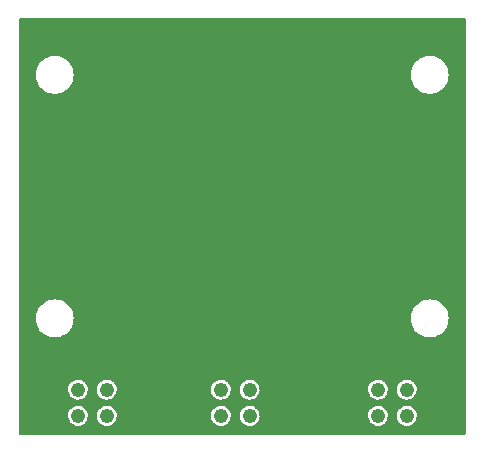
<source format=gbr>
G04 #@! TF.GenerationSoftware,KiCad,Pcbnew,(6.0.7)*
G04 #@! TF.CreationDate,2022-08-26T14:07:21-05:00*
G04 #@! TF.ProjectId,UTCPW_MountingBoard,55544350-575f-44d6-9f75-6e74696e6742,rev?*
G04 #@! TF.SameCoordinates,Original*
G04 #@! TF.FileFunction,Copper,L2,Bot*
G04 #@! TF.FilePolarity,Positive*
%FSLAX46Y46*%
G04 Gerber Fmt 4.6, Leading zero omitted, Abs format (unit mm)*
G04 Created by KiCad (PCBNEW (6.0.7)) date 2022-08-26 14:07:21*
%MOMM*%
%LPD*%
G01*
G04 APERTURE LIST*
G04 #@! TA.AperFunction,ComponentPad*
%ADD10C,1.219200*%
G04 #@! TD*
G04 APERTURE END LIST*
D10*
G04 #@! TO.P,REF\u002A\u002A,*
G04 #@! TO.N,*
X140919200Y-120167400D03*
X138480800Y-120167400D03*
X138480800Y-117957600D03*
X140919200Y-117957600D03*
G04 #@! TD*
G04 #@! TO.P,REF\u002A\u002A,*
G04 #@! TO.N,*
X115519200Y-120167400D03*
X113080800Y-120167400D03*
X113080800Y-117957600D03*
X115519200Y-117957600D03*
G04 #@! TD*
G04 #@! TO.P,REF\u002A\u002A,*
G04 #@! TO.N,*
X127619200Y-120167400D03*
X125180800Y-120167400D03*
X125180800Y-117957600D03*
X127619200Y-117957600D03*
G04 #@! TD*
G04 #@! TA.AperFunction,NonConductor*
G36*
X145864621Y-86507502D02*
G01*
X145911114Y-86561158D01*
X145922500Y-86613500D01*
X145922500Y-121666500D01*
X145902498Y-121734621D01*
X145848842Y-121781114D01*
X145796500Y-121792500D01*
X108203500Y-121792500D01*
X108135379Y-121772498D01*
X108088886Y-121718842D01*
X108077500Y-121666500D01*
X108077500Y-120120121D01*
X112235156Y-120120121D01*
X112244730Y-120302814D01*
X112293312Y-120479189D01*
X112378634Y-120641017D01*
X112383039Y-120646230D01*
X112383042Y-120646234D01*
X112437515Y-120710693D01*
X112496716Y-120780748D01*
X112502135Y-120784891D01*
X112502137Y-120784893D01*
X112636626Y-120887718D01*
X112642049Y-120891864D01*
X112648232Y-120894747D01*
X112648235Y-120894749D01*
X112801675Y-120966299D01*
X112801678Y-120966300D01*
X112807852Y-120969179D01*
X112814500Y-120970665D01*
X112814503Y-120970666D01*
X112911871Y-120992430D01*
X112986390Y-121009087D01*
X112991989Y-121009400D01*
X113126503Y-121009400D01*
X113262673Y-120994607D01*
X113436061Y-120936256D01*
X113592874Y-120842033D01*
X113653298Y-120784893D01*
X113720838Y-120721024D01*
X113720840Y-120721022D01*
X113725796Y-120716335D01*
X113828626Y-120565026D01*
X113860543Y-120485228D01*
X113894031Y-120401503D01*
X113894032Y-120401498D01*
X113896565Y-120395166D01*
X113926444Y-120214679D01*
X113921489Y-120120121D01*
X114673556Y-120120121D01*
X114683130Y-120302814D01*
X114731712Y-120479189D01*
X114817034Y-120641017D01*
X114821439Y-120646230D01*
X114821442Y-120646234D01*
X114875915Y-120710693D01*
X114935116Y-120780748D01*
X114940535Y-120784891D01*
X114940537Y-120784893D01*
X115075026Y-120887718D01*
X115080449Y-120891864D01*
X115086632Y-120894747D01*
X115086635Y-120894749D01*
X115240075Y-120966299D01*
X115240078Y-120966300D01*
X115246252Y-120969179D01*
X115252900Y-120970665D01*
X115252903Y-120970666D01*
X115350271Y-120992430D01*
X115424790Y-121009087D01*
X115430389Y-121009400D01*
X115564903Y-121009400D01*
X115701073Y-120994607D01*
X115874461Y-120936256D01*
X116031274Y-120842033D01*
X116091698Y-120784893D01*
X116159238Y-120721024D01*
X116159240Y-120721022D01*
X116164196Y-120716335D01*
X116267026Y-120565026D01*
X116298943Y-120485228D01*
X116332431Y-120401503D01*
X116332432Y-120401498D01*
X116334965Y-120395166D01*
X116364844Y-120214679D01*
X116359889Y-120120121D01*
X124335156Y-120120121D01*
X124344730Y-120302814D01*
X124393312Y-120479189D01*
X124478634Y-120641017D01*
X124483039Y-120646230D01*
X124483042Y-120646234D01*
X124537515Y-120710693D01*
X124596716Y-120780748D01*
X124602135Y-120784891D01*
X124602137Y-120784893D01*
X124736626Y-120887718D01*
X124742049Y-120891864D01*
X124748232Y-120894747D01*
X124748235Y-120894749D01*
X124901675Y-120966299D01*
X124901678Y-120966300D01*
X124907852Y-120969179D01*
X124914500Y-120970665D01*
X124914503Y-120970666D01*
X125011871Y-120992430D01*
X125086390Y-121009087D01*
X125091989Y-121009400D01*
X125226503Y-121009400D01*
X125362673Y-120994607D01*
X125536061Y-120936256D01*
X125692874Y-120842033D01*
X125753298Y-120784893D01*
X125820838Y-120721024D01*
X125820840Y-120721022D01*
X125825796Y-120716335D01*
X125928626Y-120565026D01*
X125960543Y-120485228D01*
X125994031Y-120401503D01*
X125994032Y-120401498D01*
X125996565Y-120395166D01*
X126026444Y-120214679D01*
X126021489Y-120120121D01*
X126773556Y-120120121D01*
X126783130Y-120302814D01*
X126831712Y-120479189D01*
X126917034Y-120641017D01*
X126921439Y-120646230D01*
X126921442Y-120646234D01*
X126975915Y-120710693D01*
X127035116Y-120780748D01*
X127040535Y-120784891D01*
X127040537Y-120784893D01*
X127175026Y-120887718D01*
X127180449Y-120891864D01*
X127186632Y-120894747D01*
X127186635Y-120894749D01*
X127340075Y-120966299D01*
X127340078Y-120966300D01*
X127346252Y-120969179D01*
X127352900Y-120970665D01*
X127352903Y-120970666D01*
X127450271Y-120992430D01*
X127524790Y-121009087D01*
X127530389Y-121009400D01*
X127664903Y-121009400D01*
X127801073Y-120994607D01*
X127974461Y-120936256D01*
X128131274Y-120842033D01*
X128191698Y-120784893D01*
X128259238Y-120721024D01*
X128259240Y-120721022D01*
X128264196Y-120716335D01*
X128367026Y-120565026D01*
X128398943Y-120485228D01*
X128432431Y-120401503D01*
X128432432Y-120401498D01*
X128434965Y-120395166D01*
X128464844Y-120214679D01*
X128459889Y-120120121D01*
X137635156Y-120120121D01*
X137644730Y-120302814D01*
X137693312Y-120479189D01*
X137778634Y-120641017D01*
X137783039Y-120646230D01*
X137783042Y-120646234D01*
X137837515Y-120710693D01*
X137896716Y-120780748D01*
X137902135Y-120784891D01*
X137902137Y-120784893D01*
X138036626Y-120887718D01*
X138042049Y-120891864D01*
X138048232Y-120894747D01*
X138048235Y-120894749D01*
X138201675Y-120966299D01*
X138201678Y-120966300D01*
X138207852Y-120969179D01*
X138214500Y-120970665D01*
X138214503Y-120970666D01*
X138311871Y-120992430D01*
X138386390Y-121009087D01*
X138391989Y-121009400D01*
X138526503Y-121009400D01*
X138662673Y-120994607D01*
X138836061Y-120936256D01*
X138992874Y-120842033D01*
X139053298Y-120784893D01*
X139120838Y-120721024D01*
X139120840Y-120721022D01*
X139125796Y-120716335D01*
X139228626Y-120565026D01*
X139260543Y-120485228D01*
X139294031Y-120401503D01*
X139294032Y-120401498D01*
X139296565Y-120395166D01*
X139326444Y-120214679D01*
X139321489Y-120120121D01*
X140073556Y-120120121D01*
X140083130Y-120302814D01*
X140131712Y-120479189D01*
X140217034Y-120641017D01*
X140221439Y-120646230D01*
X140221442Y-120646234D01*
X140275915Y-120710693D01*
X140335116Y-120780748D01*
X140340535Y-120784891D01*
X140340537Y-120784893D01*
X140475026Y-120887718D01*
X140480449Y-120891864D01*
X140486632Y-120894747D01*
X140486635Y-120894749D01*
X140640075Y-120966299D01*
X140640078Y-120966300D01*
X140646252Y-120969179D01*
X140652900Y-120970665D01*
X140652903Y-120970666D01*
X140750271Y-120992430D01*
X140824790Y-121009087D01*
X140830389Y-121009400D01*
X140964903Y-121009400D01*
X141101073Y-120994607D01*
X141274461Y-120936256D01*
X141431274Y-120842033D01*
X141491698Y-120784893D01*
X141559238Y-120721024D01*
X141559240Y-120721022D01*
X141564196Y-120716335D01*
X141667026Y-120565026D01*
X141698943Y-120485228D01*
X141732431Y-120401503D01*
X141732432Y-120401498D01*
X141734965Y-120395166D01*
X141764844Y-120214679D01*
X141755270Y-120031986D01*
X141706688Y-119855611D01*
X141621366Y-119693783D01*
X141616961Y-119688570D01*
X141616958Y-119688566D01*
X141507689Y-119559265D01*
X141503284Y-119554052D01*
X141418529Y-119489251D01*
X141363374Y-119447082D01*
X141363373Y-119447081D01*
X141357951Y-119442936D01*
X141351768Y-119440053D01*
X141351765Y-119440051D01*
X141198325Y-119368501D01*
X141198322Y-119368500D01*
X141192148Y-119365621D01*
X141185500Y-119364135D01*
X141185497Y-119364134D01*
X141018647Y-119326839D01*
X141018648Y-119326839D01*
X141013610Y-119325713D01*
X141008011Y-119325400D01*
X140873497Y-119325400D01*
X140737327Y-119340193D01*
X140563939Y-119398544D01*
X140407126Y-119492767D01*
X140402166Y-119497458D01*
X140402164Y-119497459D01*
X140342319Y-119554052D01*
X140274204Y-119618465D01*
X140171374Y-119769774D01*
X140168841Y-119776108D01*
X140168839Y-119776111D01*
X140105969Y-119933297D01*
X140105968Y-119933302D01*
X140103435Y-119939634D01*
X140073556Y-120120121D01*
X139321489Y-120120121D01*
X139316870Y-120031986D01*
X139268288Y-119855611D01*
X139182966Y-119693783D01*
X139178561Y-119688570D01*
X139178558Y-119688566D01*
X139069289Y-119559265D01*
X139064884Y-119554052D01*
X138980129Y-119489251D01*
X138924974Y-119447082D01*
X138924973Y-119447081D01*
X138919551Y-119442936D01*
X138913368Y-119440053D01*
X138913365Y-119440051D01*
X138759925Y-119368501D01*
X138759922Y-119368500D01*
X138753748Y-119365621D01*
X138747100Y-119364135D01*
X138747097Y-119364134D01*
X138580247Y-119326839D01*
X138580248Y-119326839D01*
X138575210Y-119325713D01*
X138569611Y-119325400D01*
X138435097Y-119325400D01*
X138298927Y-119340193D01*
X138125539Y-119398544D01*
X137968726Y-119492767D01*
X137963766Y-119497458D01*
X137963764Y-119497459D01*
X137903919Y-119554052D01*
X137835804Y-119618465D01*
X137732974Y-119769774D01*
X137730441Y-119776108D01*
X137730439Y-119776111D01*
X137667569Y-119933297D01*
X137667568Y-119933302D01*
X137665035Y-119939634D01*
X137635156Y-120120121D01*
X128459889Y-120120121D01*
X128455270Y-120031986D01*
X128406688Y-119855611D01*
X128321366Y-119693783D01*
X128316961Y-119688570D01*
X128316958Y-119688566D01*
X128207689Y-119559265D01*
X128203284Y-119554052D01*
X128118529Y-119489251D01*
X128063374Y-119447082D01*
X128063373Y-119447081D01*
X128057951Y-119442936D01*
X128051768Y-119440053D01*
X128051765Y-119440051D01*
X127898325Y-119368501D01*
X127898322Y-119368500D01*
X127892148Y-119365621D01*
X127885500Y-119364135D01*
X127885497Y-119364134D01*
X127718647Y-119326839D01*
X127718648Y-119326839D01*
X127713610Y-119325713D01*
X127708011Y-119325400D01*
X127573497Y-119325400D01*
X127437327Y-119340193D01*
X127263939Y-119398544D01*
X127107126Y-119492767D01*
X127102166Y-119497458D01*
X127102164Y-119497459D01*
X127042319Y-119554052D01*
X126974204Y-119618465D01*
X126871374Y-119769774D01*
X126868841Y-119776108D01*
X126868839Y-119776111D01*
X126805969Y-119933297D01*
X126805968Y-119933302D01*
X126803435Y-119939634D01*
X126773556Y-120120121D01*
X126021489Y-120120121D01*
X126016870Y-120031986D01*
X125968288Y-119855611D01*
X125882966Y-119693783D01*
X125878561Y-119688570D01*
X125878558Y-119688566D01*
X125769289Y-119559265D01*
X125764884Y-119554052D01*
X125680129Y-119489251D01*
X125624974Y-119447082D01*
X125624973Y-119447081D01*
X125619551Y-119442936D01*
X125613368Y-119440053D01*
X125613365Y-119440051D01*
X125459925Y-119368501D01*
X125459922Y-119368500D01*
X125453748Y-119365621D01*
X125447100Y-119364135D01*
X125447097Y-119364134D01*
X125280247Y-119326839D01*
X125280248Y-119326839D01*
X125275210Y-119325713D01*
X125269611Y-119325400D01*
X125135097Y-119325400D01*
X124998927Y-119340193D01*
X124825539Y-119398544D01*
X124668726Y-119492767D01*
X124663766Y-119497458D01*
X124663764Y-119497459D01*
X124603919Y-119554052D01*
X124535804Y-119618465D01*
X124432974Y-119769774D01*
X124430441Y-119776108D01*
X124430439Y-119776111D01*
X124367569Y-119933297D01*
X124367568Y-119933302D01*
X124365035Y-119939634D01*
X124335156Y-120120121D01*
X116359889Y-120120121D01*
X116355270Y-120031986D01*
X116306688Y-119855611D01*
X116221366Y-119693783D01*
X116216961Y-119688570D01*
X116216958Y-119688566D01*
X116107689Y-119559265D01*
X116103284Y-119554052D01*
X116018529Y-119489251D01*
X115963374Y-119447082D01*
X115963373Y-119447081D01*
X115957951Y-119442936D01*
X115951768Y-119440053D01*
X115951765Y-119440051D01*
X115798325Y-119368501D01*
X115798322Y-119368500D01*
X115792148Y-119365621D01*
X115785500Y-119364135D01*
X115785497Y-119364134D01*
X115618647Y-119326839D01*
X115618648Y-119326839D01*
X115613610Y-119325713D01*
X115608011Y-119325400D01*
X115473497Y-119325400D01*
X115337327Y-119340193D01*
X115163939Y-119398544D01*
X115007126Y-119492767D01*
X115002166Y-119497458D01*
X115002164Y-119497459D01*
X114942319Y-119554052D01*
X114874204Y-119618465D01*
X114771374Y-119769774D01*
X114768841Y-119776108D01*
X114768839Y-119776111D01*
X114705969Y-119933297D01*
X114705968Y-119933302D01*
X114703435Y-119939634D01*
X114673556Y-120120121D01*
X113921489Y-120120121D01*
X113916870Y-120031986D01*
X113868288Y-119855611D01*
X113782966Y-119693783D01*
X113778561Y-119688570D01*
X113778558Y-119688566D01*
X113669289Y-119559265D01*
X113664884Y-119554052D01*
X113580129Y-119489251D01*
X113524974Y-119447082D01*
X113524973Y-119447081D01*
X113519551Y-119442936D01*
X113513368Y-119440053D01*
X113513365Y-119440051D01*
X113359925Y-119368501D01*
X113359922Y-119368500D01*
X113353748Y-119365621D01*
X113347100Y-119364135D01*
X113347097Y-119364134D01*
X113180247Y-119326839D01*
X113180248Y-119326839D01*
X113175210Y-119325713D01*
X113169611Y-119325400D01*
X113035097Y-119325400D01*
X112898927Y-119340193D01*
X112725539Y-119398544D01*
X112568726Y-119492767D01*
X112563766Y-119497458D01*
X112563764Y-119497459D01*
X112503919Y-119554052D01*
X112435804Y-119618465D01*
X112332974Y-119769774D01*
X112330441Y-119776108D01*
X112330439Y-119776111D01*
X112267569Y-119933297D01*
X112267568Y-119933302D01*
X112265035Y-119939634D01*
X112235156Y-120120121D01*
X108077500Y-120120121D01*
X108077500Y-117910321D01*
X112235156Y-117910321D01*
X112244730Y-118093014D01*
X112293312Y-118269389D01*
X112378634Y-118431217D01*
X112383039Y-118436430D01*
X112383042Y-118436434D01*
X112437515Y-118500893D01*
X112496716Y-118570948D01*
X112502135Y-118575091D01*
X112502137Y-118575093D01*
X112636626Y-118677918D01*
X112642049Y-118682064D01*
X112648232Y-118684947D01*
X112648235Y-118684949D01*
X112801675Y-118756499D01*
X112801678Y-118756500D01*
X112807852Y-118759379D01*
X112814500Y-118760865D01*
X112814503Y-118760866D01*
X112911871Y-118782630D01*
X112986390Y-118799287D01*
X112991989Y-118799600D01*
X113126503Y-118799600D01*
X113262673Y-118784807D01*
X113436061Y-118726456D01*
X113592874Y-118632233D01*
X113653298Y-118575093D01*
X113720838Y-118511224D01*
X113720840Y-118511222D01*
X113725796Y-118506535D01*
X113828626Y-118355226D01*
X113860543Y-118275428D01*
X113894031Y-118191703D01*
X113894032Y-118191698D01*
X113896565Y-118185366D01*
X113926444Y-118004879D01*
X113921489Y-117910321D01*
X114673556Y-117910321D01*
X114683130Y-118093014D01*
X114731712Y-118269389D01*
X114817034Y-118431217D01*
X114821439Y-118436430D01*
X114821442Y-118436434D01*
X114875915Y-118500893D01*
X114935116Y-118570948D01*
X114940535Y-118575091D01*
X114940537Y-118575093D01*
X115075026Y-118677918D01*
X115080449Y-118682064D01*
X115086632Y-118684947D01*
X115086635Y-118684949D01*
X115240075Y-118756499D01*
X115240078Y-118756500D01*
X115246252Y-118759379D01*
X115252900Y-118760865D01*
X115252903Y-118760866D01*
X115350271Y-118782630D01*
X115424790Y-118799287D01*
X115430389Y-118799600D01*
X115564903Y-118799600D01*
X115701073Y-118784807D01*
X115874461Y-118726456D01*
X116031274Y-118632233D01*
X116091698Y-118575093D01*
X116159238Y-118511224D01*
X116159240Y-118511222D01*
X116164196Y-118506535D01*
X116267026Y-118355226D01*
X116298943Y-118275428D01*
X116332431Y-118191703D01*
X116332432Y-118191698D01*
X116334965Y-118185366D01*
X116364844Y-118004879D01*
X116359889Y-117910321D01*
X124335156Y-117910321D01*
X124344730Y-118093014D01*
X124393312Y-118269389D01*
X124478634Y-118431217D01*
X124483039Y-118436430D01*
X124483042Y-118436434D01*
X124537515Y-118500893D01*
X124596716Y-118570948D01*
X124602135Y-118575091D01*
X124602137Y-118575093D01*
X124736626Y-118677918D01*
X124742049Y-118682064D01*
X124748232Y-118684947D01*
X124748235Y-118684949D01*
X124901675Y-118756499D01*
X124901678Y-118756500D01*
X124907852Y-118759379D01*
X124914500Y-118760865D01*
X124914503Y-118760866D01*
X125011871Y-118782630D01*
X125086390Y-118799287D01*
X125091989Y-118799600D01*
X125226503Y-118799600D01*
X125362673Y-118784807D01*
X125536061Y-118726456D01*
X125692874Y-118632233D01*
X125753298Y-118575093D01*
X125820838Y-118511224D01*
X125820840Y-118511222D01*
X125825796Y-118506535D01*
X125928626Y-118355226D01*
X125960543Y-118275428D01*
X125994031Y-118191703D01*
X125994032Y-118191698D01*
X125996565Y-118185366D01*
X126026444Y-118004879D01*
X126021489Y-117910321D01*
X126773556Y-117910321D01*
X126783130Y-118093014D01*
X126831712Y-118269389D01*
X126917034Y-118431217D01*
X126921439Y-118436430D01*
X126921442Y-118436434D01*
X126975915Y-118500893D01*
X127035116Y-118570948D01*
X127040535Y-118575091D01*
X127040537Y-118575093D01*
X127175026Y-118677918D01*
X127180449Y-118682064D01*
X127186632Y-118684947D01*
X127186635Y-118684949D01*
X127340075Y-118756499D01*
X127340078Y-118756500D01*
X127346252Y-118759379D01*
X127352900Y-118760865D01*
X127352903Y-118760866D01*
X127450271Y-118782630D01*
X127524790Y-118799287D01*
X127530389Y-118799600D01*
X127664903Y-118799600D01*
X127801073Y-118784807D01*
X127974461Y-118726456D01*
X128131274Y-118632233D01*
X128191698Y-118575093D01*
X128259238Y-118511224D01*
X128259240Y-118511222D01*
X128264196Y-118506535D01*
X128367026Y-118355226D01*
X128398943Y-118275428D01*
X128432431Y-118191703D01*
X128432432Y-118191698D01*
X128434965Y-118185366D01*
X128464844Y-118004879D01*
X128459889Y-117910321D01*
X137635156Y-117910321D01*
X137644730Y-118093014D01*
X137693312Y-118269389D01*
X137778634Y-118431217D01*
X137783039Y-118436430D01*
X137783042Y-118436434D01*
X137837515Y-118500893D01*
X137896716Y-118570948D01*
X137902135Y-118575091D01*
X137902137Y-118575093D01*
X138036626Y-118677918D01*
X138042049Y-118682064D01*
X138048232Y-118684947D01*
X138048235Y-118684949D01*
X138201675Y-118756499D01*
X138201678Y-118756500D01*
X138207852Y-118759379D01*
X138214500Y-118760865D01*
X138214503Y-118760866D01*
X138311871Y-118782630D01*
X138386390Y-118799287D01*
X138391989Y-118799600D01*
X138526503Y-118799600D01*
X138662673Y-118784807D01*
X138836061Y-118726456D01*
X138992874Y-118632233D01*
X139053298Y-118575093D01*
X139120838Y-118511224D01*
X139120840Y-118511222D01*
X139125796Y-118506535D01*
X139228626Y-118355226D01*
X139260543Y-118275428D01*
X139294031Y-118191703D01*
X139294032Y-118191698D01*
X139296565Y-118185366D01*
X139326444Y-118004879D01*
X139321489Y-117910321D01*
X140073556Y-117910321D01*
X140083130Y-118093014D01*
X140131712Y-118269389D01*
X140217034Y-118431217D01*
X140221439Y-118436430D01*
X140221442Y-118436434D01*
X140275915Y-118500893D01*
X140335116Y-118570948D01*
X140340535Y-118575091D01*
X140340537Y-118575093D01*
X140475026Y-118677918D01*
X140480449Y-118682064D01*
X140486632Y-118684947D01*
X140486635Y-118684949D01*
X140640075Y-118756499D01*
X140640078Y-118756500D01*
X140646252Y-118759379D01*
X140652900Y-118760865D01*
X140652903Y-118760866D01*
X140750271Y-118782630D01*
X140824790Y-118799287D01*
X140830389Y-118799600D01*
X140964903Y-118799600D01*
X141101073Y-118784807D01*
X141274461Y-118726456D01*
X141431274Y-118632233D01*
X141491698Y-118575093D01*
X141559238Y-118511224D01*
X141559240Y-118511222D01*
X141564196Y-118506535D01*
X141667026Y-118355226D01*
X141698943Y-118275428D01*
X141732431Y-118191703D01*
X141732432Y-118191698D01*
X141734965Y-118185366D01*
X141764844Y-118004879D01*
X141755270Y-117822186D01*
X141706688Y-117645811D01*
X141621366Y-117483983D01*
X141616961Y-117478770D01*
X141616958Y-117478766D01*
X141507689Y-117349465D01*
X141503284Y-117344252D01*
X141418529Y-117279451D01*
X141363374Y-117237282D01*
X141363373Y-117237281D01*
X141357951Y-117233136D01*
X141351768Y-117230253D01*
X141351765Y-117230251D01*
X141198325Y-117158701D01*
X141198322Y-117158700D01*
X141192148Y-117155821D01*
X141185500Y-117154335D01*
X141185497Y-117154334D01*
X141018647Y-117117039D01*
X141018648Y-117117039D01*
X141013610Y-117115913D01*
X141008011Y-117115600D01*
X140873497Y-117115600D01*
X140737327Y-117130393D01*
X140563939Y-117188744D01*
X140407126Y-117282967D01*
X140402166Y-117287658D01*
X140402164Y-117287659D01*
X140342319Y-117344252D01*
X140274204Y-117408665D01*
X140171374Y-117559974D01*
X140168841Y-117566308D01*
X140168839Y-117566311D01*
X140105969Y-117723497D01*
X140105968Y-117723502D01*
X140103435Y-117729834D01*
X140073556Y-117910321D01*
X139321489Y-117910321D01*
X139316870Y-117822186D01*
X139268288Y-117645811D01*
X139182966Y-117483983D01*
X139178561Y-117478770D01*
X139178558Y-117478766D01*
X139069289Y-117349465D01*
X139064884Y-117344252D01*
X138980129Y-117279451D01*
X138924974Y-117237282D01*
X138924973Y-117237281D01*
X138919551Y-117233136D01*
X138913368Y-117230253D01*
X138913365Y-117230251D01*
X138759925Y-117158701D01*
X138759922Y-117158700D01*
X138753748Y-117155821D01*
X138747100Y-117154335D01*
X138747097Y-117154334D01*
X138580247Y-117117039D01*
X138580248Y-117117039D01*
X138575210Y-117115913D01*
X138569611Y-117115600D01*
X138435097Y-117115600D01*
X138298927Y-117130393D01*
X138125539Y-117188744D01*
X137968726Y-117282967D01*
X137963766Y-117287658D01*
X137963764Y-117287659D01*
X137903919Y-117344252D01*
X137835804Y-117408665D01*
X137732974Y-117559974D01*
X137730441Y-117566308D01*
X137730439Y-117566311D01*
X137667569Y-117723497D01*
X137667568Y-117723502D01*
X137665035Y-117729834D01*
X137635156Y-117910321D01*
X128459889Y-117910321D01*
X128455270Y-117822186D01*
X128406688Y-117645811D01*
X128321366Y-117483983D01*
X128316961Y-117478770D01*
X128316958Y-117478766D01*
X128207689Y-117349465D01*
X128203284Y-117344252D01*
X128118529Y-117279451D01*
X128063374Y-117237282D01*
X128063373Y-117237281D01*
X128057951Y-117233136D01*
X128051768Y-117230253D01*
X128051765Y-117230251D01*
X127898325Y-117158701D01*
X127898322Y-117158700D01*
X127892148Y-117155821D01*
X127885500Y-117154335D01*
X127885497Y-117154334D01*
X127718647Y-117117039D01*
X127718648Y-117117039D01*
X127713610Y-117115913D01*
X127708011Y-117115600D01*
X127573497Y-117115600D01*
X127437327Y-117130393D01*
X127263939Y-117188744D01*
X127107126Y-117282967D01*
X127102166Y-117287658D01*
X127102164Y-117287659D01*
X127042319Y-117344252D01*
X126974204Y-117408665D01*
X126871374Y-117559974D01*
X126868841Y-117566308D01*
X126868839Y-117566311D01*
X126805969Y-117723497D01*
X126805968Y-117723502D01*
X126803435Y-117729834D01*
X126773556Y-117910321D01*
X126021489Y-117910321D01*
X126016870Y-117822186D01*
X125968288Y-117645811D01*
X125882966Y-117483983D01*
X125878561Y-117478770D01*
X125878558Y-117478766D01*
X125769289Y-117349465D01*
X125764884Y-117344252D01*
X125680129Y-117279451D01*
X125624974Y-117237282D01*
X125624973Y-117237281D01*
X125619551Y-117233136D01*
X125613368Y-117230253D01*
X125613365Y-117230251D01*
X125459925Y-117158701D01*
X125459922Y-117158700D01*
X125453748Y-117155821D01*
X125447100Y-117154335D01*
X125447097Y-117154334D01*
X125280247Y-117117039D01*
X125280248Y-117117039D01*
X125275210Y-117115913D01*
X125269611Y-117115600D01*
X125135097Y-117115600D01*
X124998927Y-117130393D01*
X124825539Y-117188744D01*
X124668726Y-117282967D01*
X124663766Y-117287658D01*
X124663764Y-117287659D01*
X124603919Y-117344252D01*
X124535804Y-117408665D01*
X124432974Y-117559974D01*
X124430441Y-117566308D01*
X124430439Y-117566311D01*
X124367569Y-117723497D01*
X124367568Y-117723502D01*
X124365035Y-117729834D01*
X124335156Y-117910321D01*
X116359889Y-117910321D01*
X116355270Y-117822186D01*
X116306688Y-117645811D01*
X116221366Y-117483983D01*
X116216961Y-117478770D01*
X116216958Y-117478766D01*
X116107689Y-117349465D01*
X116103284Y-117344252D01*
X116018529Y-117279451D01*
X115963374Y-117237282D01*
X115963373Y-117237281D01*
X115957951Y-117233136D01*
X115951768Y-117230253D01*
X115951765Y-117230251D01*
X115798325Y-117158701D01*
X115798322Y-117158700D01*
X115792148Y-117155821D01*
X115785500Y-117154335D01*
X115785497Y-117154334D01*
X115618647Y-117117039D01*
X115618648Y-117117039D01*
X115613610Y-117115913D01*
X115608011Y-117115600D01*
X115473497Y-117115600D01*
X115337327Y-117130393D01*
X115163939Y-117188744D01*
X115007126Y-117282967D01*
X115002166Y-117287658D01*
X115002164Y-117287659D01*
X114942319Y-117344252D01*
X114874204Y-117408665D01*
X114771374Y-117559974D01*
X114768841Y-117566308D01*
X114768839Y-117566311D01*
X114705969Y-117723497D01*
X114705968Y-117723502D01*
X114703435Y-117729834D01*
X114673556Y-117910321D01*
X113921489Y-117910321D01*
X113916870Y-117822186D01*
X113868288Y-117645811D01*
X113782966Y-117483983D01*
X113778561Y-117478770D01*
X113778558Y-117478766D01*
X113669289Y-117349465D01*
X113664884Y-117344252D01*
X113580129Y-117279451D01*
X113524974Y-117237282D01*
X113524973Y-117237281D01*
X113519551Y-117233136D01*
X113513368Y-117230253D01*
X113513365Y-117230251D01*
X113359925Y-117158701D01*
X113359922Y-117158700D01*
X113353748Y-117155821D01*
X113347100Y-117154335D01*
X113347097Y-117154334D01*
X113180247Y-117117039D01*
X113180248Y-117117039D01*
X113175210Y-117115913D01*
X113169611Y-117115600D01*
X113035097Y-117115600D01*
X112898927Y-117130393D01*
X112725539Y-117188744D01*
X112568726Y-117282967D01*
X112563766Y-117287658D01*
X112563764Y-117287659D01*
X112503919Y-117344252D01*
X112435804Y-117408665D01*
X112332974Y-117559974D01*
X112330441Y-117566308D01*
X112330439Y-117566311D01*
X112267569Y-117723497D01*
X112267568Y-117723502D01*
X112265035Y-117729834D01*
X112235156Y-117910321D01*
X108077500Y-117910321D01*
X108077500Y-111912400D01*
X109519551Y-111912400D01*
X109539317Y-112163548D01*
X109598127Y-112408511D01*
X109694534Y-112641259D01*
X109826164Y-112856059D01*
X109829376Y-112859819D01*
X109829379Y-112859824D01*
X109974256Y-113029452D01*
X109989776Y-113047624D01*
X109993538Y-113050837D01*
X110177576Y-113208021D01*
X110177581Y-113208024D01*
X110181341Y-113211236D01*
X110396141Y-113342866D01*
X110400711Y-113344759D01*
X110400715Y-113344761D01*
X110624316Y-113437379D01*
X110628889Y-113439273D01*
X110713289Y-113459535D01*
X110869039Y-113496928D01*
X110869045Y-113496929D01*
X110873852Y-113498083D01*
X110962149Y-113505032D01*
X111059661Y-113512707D01*
X111059670Y-113512707D01*
X111062118Y-113512900D01*
X111187882Y-113512900D01*
X111190330Y-113512707D01*
X111190339Y-113512707D01*
X111287851Y-113505032D01*
X111376148Y-113498083D01*
X111380955Y-113496929D01*
X111380961Y-113496928D01*
X111536711Y-113459535D01*
X111621111Y-113439273D01*
X111625684Y-113437379D01*
X111849285Y-113344761D01*
X111849289Y-113344759D01*
X111853859Y-113342866D01*
X112068659Y-113211236D01*
X112072419Y-113208024D01*
X112072424Y-113208021D01*
X112256462Y-113050837D01*
X112260224Y-113047624D01*
X112275744Y-113029452D01*
X112420621Y-112859824D01*
X112420624Y-112859819D01*
X112423836Y-112856059D01*
X112555466Y-112641259D01*
X112651873Y-112408511D01*
X112710683Y-112163548D01*
X112730449Y-111912400D01*
X141269551Y-111912400D01*
X141289317Y-112163548D01*
X141348127Y-112408511D01*
X141444534Y-112641259D01*
X141576164Y-112856059D01*
X141579376Y-112859819D01*
X141579379Y-112859824D01*
X141724256Y-113029452D01*
X141739776Y-113047624D01*
X141743538Y-113050837D01*
X141927576Y-113208021D01*
X141927581Y-113208024D01*
X141931341Y-113211236D01*
X142146141Y-113342866D01*
X142150711Y-113344759D01*
X142150715Y-113344761D01*
X142374316Y-113437379D01*
X142378889Y-113439273D01*
X142463289Y-113459535D01*
X142619039Y-113496928D01*
X142619045Y-113496929D01*
X142623852Y-113498083D01*
X142712149Y-113505032D01*
X142809661Y-113512707D01*
X142809670Y-113512707D01*
X142812118Y-113512900D01*
X142937882Y-113512900D01*
X142940330Y-113512707D01*
X142940339Y-113512707D01*
X143037851Y-113505032D01*
X143126148Y-113498083D01*
X143130955Y-113496929D01*
X143130961Y-113496928D01*
X143286711Y-113459535D01*
X143371111Y-113439273D01*
X143375684Y-113437379D01*
X143599285Y-113344761D01*
X143599289Y-113344759D01*
X143603859Y-113342866D01*
X143818659Y-113211236D01*
X143822419Y-113208024D01*
X143822424Y-113208021D01*
X144006462Y-113050837D01*
X144010224Y-113047624D01*
X144025744Y-113029452D01*
X144170621Y-112859824D01*
X144170624Y-112859819D01*
X144173836Y-112856059D01*
X144305466Y-112641259D01*
X144401873Y-112408511D01*
X144460683Y-112163548D01*
X144480449Y-111912400D01*
X144460683Y-111661252D01*
X144401873Y-111416289D01*
X144305466Y-111183541D01*
X144173836Y-110968741D01*
X144170624Y-110964981D01*
X144170621Y-110964976D01*
X144013437Y-110780938D01*
X144010224Y-110777176D01*
X143992052Y-110761656D01*
X143822424Y-110616779D01*
X143822419Y-110616776D01*
X143818659Y-110613564D01*
X143603859Y-110481934D01*
X143599289Y-110480041D01*
X143599285Y-110480039D01*
X143375684Y-110387421D01*
X143375682Y-110387420D01*
X143371111Y-110385527D01*
X143286711Y-110365265D01*
X143130961Y-110327872D01*
X143130955Y-110327871D01*
X143126148Y-110326717D01*
X143037851Y-110319768D01*
X142940339Y-110312093D01*
X142940330Y-110312093D01*
X142937882Y-110311900D01*
X142812118Y-110311900D01*
X142809670Y-110312093D01*
X142809661Y-110312093D01*
X142712149Y-110319768D01*
X142623852Y-110326717D01*
X142619045Y-110327871D01*
X142619039Y-110327872D01*
X142463289Y-110365265D01*
X142378889Y-110385527D01*
X142374318Y-110387420D01*
X142374316Y-110387421D01*
X142150715Y-110480039D01*
X142150711Y-110480041D01*
X142146141Y-110481934D01*
X141931341Y-110613564D01*
X141927581Y-110616776D01*
X141927576Y-110616779D01*
X141757948Y-110761656D01*
X141739776Y-110777176D01*
X141736563Y-110780938D01*
X141579379Y-110964976D01*
X141579376Y-110964981D01*
X141576164Y-110968741D01*
X141444534Y-111183541D01*
X141348127Y-111416289D01*
X141289317Y-111661252D01*
X141269551Y-111912400D01*
X112730449Y-111912400D01*
X112710683Y-111661252D01*
X112651873Y-111416289D01*
X112555466Y-111183541D01*
X112423836Y-110968741D01*
X112420624Y-110964981D01*
X112420621Y-110964976D01*
X112263437Y-110780938D01*
X112260224Y-110777176D01*
X112242052Y-110761656D01*
X112072424Y-110616779D01*
X112072419Y-110616776D01*
X112068659Y-110613564D01*
X111853859Y-110481934D01*
X111849289Y-110480041D01*
X111849285Y-110480039D01*
X111625684Y-110387421D01*
X111625682Y-110387420D01*
X111621111Y-110385527D01*
X111536711Y-110365265D01*
X111380961Y-110327872D01*
X111380955Y-110327871D01*
X111376148Y-110326717D01*
X111287851Y-110319768D01*
X111190339Y-110312093D01*
X111190330Y-110312093D01*
X111187882Y-110311900D01*
X111062118Y-110311900D01*
X111059670Y-110312093D01*
X111059661Y-110312093D01*
X110962149Y-110319768D01*
X110873852Y-110326717D01*
X110869045Y-110327871D01*
X110869039Y-110327872D01*
X110713289Y-110365265D01*
X110628889Y-110385527D01*
X110624318Y-110387420D01*
X110624316Y-110387421D01*
X110400715Y-110480039D01*
X110400711Y-110480041D01*
X110396141Y-110481934D01*
X110181341Y-110613564D01*
X110177581Y-110616776D01*
X110177576Y-110616779D01*
X110007948Y-110761656D01*
X109989776Y-110777176D01*
X109986563Y-110780938D01*
X109829379Y-110964976D01*
X109829376Y-110964981D01*
X109826164Y-110968741D01*
X109694534Y-111183541D01*
X109598127Y-111416289D01*
X109539317Y-111661252D01*
X109519551Y-111912400D01*
X108077500Y-111912400D01*
X108077500Y-91287600D01*
X109519551Y-91287600D01*
X109539317Y-91538748D01*
X109598127Y-91783711D01*
X109694534Y-92016459D01*
X109826164Y-92231259D01*
X109829376Y-92235019D01*
X109829379Y-92235024D01*
X109974256Y-92404652D01*
X109989776Y-92422824D01*
X109993538Y-92426037D01*
X110177576Y-92583221D01*
X110177581Y-92583224D01*
X110181341Y-92586436D01*
X110396141Y-92718066D01*
X110400711Y-92719959D01*
X110400715Y-92719961D01*
X110624316Y-92812579D01*
X110628889Y-92814473D01*
X110713289Y-92834735D01*
X110869039Y-92872128D01*
X110869045Y-92872129D01*
X110873852Y-92873283D01*
X110962149Y-92880232D01*
X111059661Y-92887907D01*
X111059670Y-92887907D01*
X111062118Y-92888100D01*
X111187882Y-92888100D01*
X111190330Y-92887907D01*
X111190339Y-92887907D01*
X111287851Y-92880232D01*
X111376148Y-92873283D01*
X111380955Y-92872129D01*
X111380961Y-92872128D01*
X111536711Y-92834735D01*
X111621111Y-92814473D01*
X111625684Y-92812579D01*
X111849285Y-92719961D01*
X111849289Y-92719959D01*
X111853859Y-92718066D01*
X112068659Y-92586436D01*
X112072419Y-92583224D01*
X112072424Y-92583221D01*
X112256462Y-92426037D01*
X112260224Y-92422824D01*
X112275744Y-92404652D01*
X112420621Y-92235024D01*
X112420624Y-92235019D01*
X112423836Y-92231259D01*
X112555466Y-92016459D01*
X112651873Y-91783711D01*
X112710683Y-91538748D01*
X112730449Y-91287600D01*
X141269551Y-91287600D01*
X141289317Y-91538748D01*
X141348127Y-91783711D01*
X141444534Y-92016459D01*
X141576164Y-92231259D01*
X141579376Y-92235019D01*
X141579379Y-92235024D01*
X141724256Y-92404652D01*
X141739776Y-92422824D01*
X141743538Y-92426037D01*
X141927576Y-92583221D01*
X141927581Y-92583224D01*
X141931341Y-92586436D01*
X142146141Y-92718066D01*
X142150711Y-92719959D01*
X142150715Y-92719961D01*
X142374316Y-92812579D01*
X142378889Y-92814473D01*
X142463289Y-92834735D01*
X142619039Y-92872128D01*
X142619045Y-92872129D01*
X142623852Y-92873283D01*
X142712149Y-92880232D01*
X142809661Y-92887907D01*
X142809670Y-92887907D01*
X142812118Y-92888100D01*
X142937882Y-92888100D01*
X142940330Y-92887907D01*
X142940339Y-92887907D01*
X143037851Y-92880232D01*
X143126148Y-92873283D01*
X143130955Y-92872129D01*
X143130961Y-92872128D01*
X143286711Y-92834735D01*
X143371111Y-92814473D01*
X143375684Y-92812579D01*
X143599285Y-92719961D01*
X143599289Y-92719959D01*
X143603859Y-92718066D01*
X143818659Y-92586436D01*
X143822419Y-92583224D01*
X143822424Y-92583221D01*
X144006462Y-92426037D01*
X144010224Y-92422824D01*
X144025744Y-92404652D01*
X144170621Y-92235024D01*
X144170624Y-92235019D01*
X144173836Y-92231259D01*
X144305466Y-92016459D01*
X144401873Y-91783711D01*
X144460683Y-91538748D01*
X144480449Y-91287600D01*
X144460683Y-91036452D01*
X144401873Y-90791489D01*
X144305466Y-90558741D01*
X144173836Y-90343941D01*
X144170624Y-90340181D01*
X144170621Y-90340176D01*
X144013437Y-90156138D01*
X144010224Y-90152376D01*
X143992052Y-90136856D01*
X143822424Y-89991979D01*
X143822419Y-89991976D01*
X143818659Y-89988764D01*
X143603859Y-89857134D01*
X143599289Y-89855241D01*
X143599285Y-89855239D01*
X143375684Y-89762621D01*
X143375682Y-89762620D01*
X143371111Y-89760727D01*
X143286711Y-89740465D01*
X143130961Y-89703072D01*
X143130955Y-89703071D01*
X143126148Y-89701917D01*
X143037851Y-89694968D01*
X142940339Y-89687293D01*
X142940330Y-89687293D01*
X142937882Y-89687100D01*
X142812118Y-89687100D01*
X142809670Y-89687293D01*
X142809661Y-89687293D01*
X142712149Y-89694968D01*
X142623852Y-89701917D01*
X142619045Y-89703071D01*
X142619039Y-89703072D01*
X142463289Y-89740465D01*
X142378889Y-89760727D01*
X142374318Y-89762620D01*
X142374316Y-89762621D01*
X142150715Y-89855239D01*
X142150711Y-89855241D01*
X142146141Y-89857134D01*
X141931341Y-89988764D01*
X141927581Y-89991976D01*
X141927576Y-89991979D01*
X141757948Y-90136856D01*
X141739776Y-90152376D01*
X141736563Y-90156138D01*
X141579379Y-90340176D01*
X141579376Y-90340181D01*
X141576164Y-90343941D01*
X141444534Y-90558741D01*
X141348127Y-90791489D01*
X141289317Y-91036452D01*
X141269551Y-91287600D01*
X112730449Y-91287600D01*
X112710683Y-91036452D01*
X112651873Y-90791489D01*
X112555466Y-90558741D01*
X112423836Y-90343941D01*
X112420624Y-90340181D01*
X112420621Y-90340176D01*
X112263437Y-90156138D01*
X112260224Y-90152376D01*
X112242052Y-90136856D01*
X112072424Y-89991979D01*
X112072419Y-89991976D01*
X112068659Y-89988764D01*
X111853859Y-89857134D01*
X111849289Y-89855241D01*
X111849285Y-89855239D01*
X111625684Y-89762621D01*
X111625682Y-89762620D01*
X111621111Y-89760727D01*
X111536711Y-89740465D01*
X111380961Y-89703072D01*
X111380955Y-89703071D01*
X111376148Y-89701917D01*
X111287851Y-89694968D01*
X111190339Y-89687293D01*
X111190330Y-89687293D01*
X111187882Y-89687100D01*
X111062118Y-89687100D01*
X111059670Y-89687293D01*
X111059661Y-89687293D01*
X110962149Y-89694968D01*
X110873852Y-89701917D01*
X110869045Y-89703071D01*
X110869039Y-89703072D01*
X110713289Y-89740465D01*
X110628889Y-89760727D01*
X110624318Y-89762620D01*
X110624316Y-89762621D01*
X110400715Y-89855239D01*
X110400711Y-89855241D01*
X110396141Y-89857134D01*
X110181341Y-89988764D01*
X110177581Y-89991976D01*
X110177576Y-89991979D01*
X110007948Y-90136856D01*
X109989776Y-90152376D01*
X109986563Y-90156138D01*
X109829379Y-90340176D01*
X109829376Y-90340181D01*
X109826164Y-90343941D01*
X109694534Y-90558741D01*
X109598127Y-90791489D01*
X109539317Y-91036452D01*
X109519551Y-91287600D01*
X108077500Y-91287600D01*
X108077500Y-86613500D01*
X108097502Y-86545379D01*
X108151158Y-86498886D01*
X108203500Y-86487500D01*
X145796500Y-86487500D01*
X145864621Y-86507502D01*
G37*
G04 #@! TD.AperFunction*
M02*

</source>
